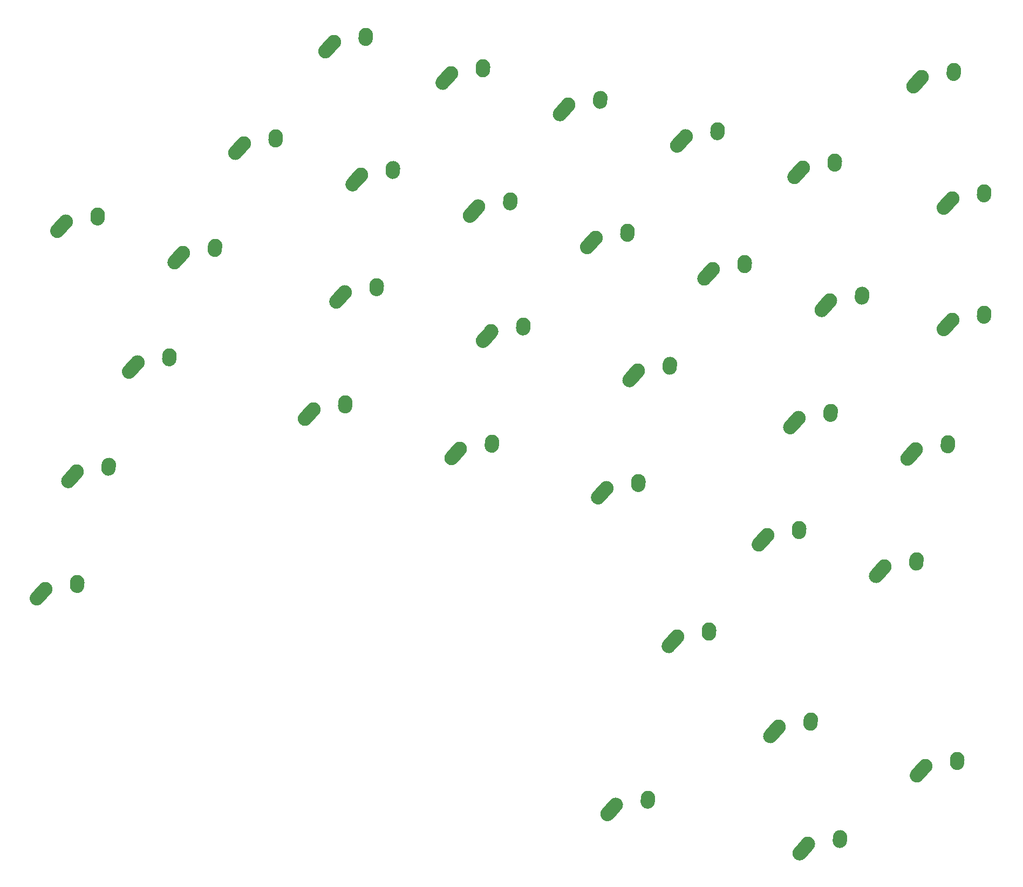
<source format=gtl>
G04 #@! TF.GenerationSoftware,KiCad,Pcbnew,(5.1.6)-1*
G04 #@! TF.CreationDate,2020-08-31T15:39:06-04:00*
G04 #@! TF.ProjectId,keyboard,6b657962-6f61-4726-942e-6b696361645f,rev?*
G04 #@! TF.SameCoordinates,Original*
G04 #@! TF.FileFunction,Copper,L1,Top*
G04 #@! TF.FilePolarity,Positive*
%FSLAX46Y46*%
G04 Gerber Fmt 4.6, Leading zero omitted, Abs format (unit mm)*
G04 Created by KiCad (PCBNEW (5.1.6)-1) date 2020-08-31 15:39:06*
%MOMM*%
%LPD*%
G01*
G04 APERTURE LIST*
G04 #@! TA.AperFunction,ComponentPad*
%ADD10C,2.250000*%
G04 #@! TD*
G04 APERTURE END LIST*
D10*
X272969126Y-141415000D03*
G04 #@! TA.AperFunction,ComponentPad*
G36*
G01*
X270907809Y-143712345D02*
X270907809Y-143712345D01*
G75*
G02*
X270821781Y-142123683I751317J837345D01*
G01*
X272131783Y-140663683D01*
G75*
G02*
X273720445Y-140577655I837345J-751317D01*
G01*
X273720445Y-140577655D01*
G75*
G02*
X273806473Y-142166317I-751317J-837345D01*
G01*
X272496471Y-143626317D01*
G75*
G02*
X270907809Y-143712345I-837345J751317D01*
G01*
G37*
G04 #@! TD.AperFunction*
G04 #@! TA.AperFunction,ComponentPad*
G36*
G01*
X277891723Y-142037334D02*
X277891723Y-142037334D01*
G75*
G02*
X276846792Y-140837597I77403J1122334D01*
G01*
X276886792Y-140257597D01*
G75*
G02*
X278086529Y-139212666I1122334J-77403D01*
G01*
X278086529Y-139212666D01*
G75*
G02*
X279131460Y-140412403I-77403J-1122334D01*
G01*
X279091460Y-140992403D01*
G75*
G02*
X277891723Y-142037334I-1122334J77403D01*
G01*
G37*
G04 #@! TD.AperFunction*
X278009126Y-140335000D03*
X291370013Y-146345503D03*
G04 #@! TA.AperFunction,ComponentPad*
G36*
G01*
X289308696Y-148642848D02*
X289308696Y-148642848D01*
G75*
G02*
X289222668Y-147054186I751317J837345D01*
G01*
X290532670Y-145594186D01*
G75*
G02*
X292121332Y-145508158I837345J-751317D01*
G01*
X292121332Y-145508158D01*
G75*
G02*
X292207360Y-147096820I-751317J-837345D01*
G01*
X290897358Y-148556820D01*
G75*
G02*
X289308696Y-148642848I-837345J751317D01*
G01*
G37*
G04 #@! TD.AperFunction*
G04 #@! TA.AperFunction,ComponentPad*
G36*
G01*
X296292610Y-146967837D02*
X296292610Y-146967837D01*
G75*
G02*
X295247679Y-145768100I77403J1122334D01*
G01*
X295287679Y-145188100D01*
G75*
G02*
X296487416Y-144143169I1122334J-77403D01*
G01*
X296487416Y-144143169D01*
G75*
G02*
X297532347Y-145342906I-77403J-1122334D01*
G01*
X297492347Y-145922906D01*
G75*
G02*
X296292610Y-146967837I-1122334J77403D01*
G01*
G37*
G04 #@! TD.AperFunction*
X296410013Y-145265503D03*
X365241686Y-146906117D03*
G04 #@! TA.AperFunction,ComponentPad*
G36*
G01*
X363180369Y-149203462D02*
X363180369Y-149203462D01*
G75*
G02*
X363094341Y-147614800I751317J837345D01*
G01*
X364404343Y-146154800D01*
G75*
G02*
X365993005Y-146068772I837345J-751317D01*
G01*
X365993005Y-146068772D01*
G75*
G02*
X366079033Y-147657434I-751317J-837345D01*
G01*
X364769031Y-149117434D01*
G75*
G02*
X363180369Y-149203462I-837345J751317D01*
G01*
G37*
G04 #@! TD.AperFunction*
G04 #@! TA.AperFunction,ComponentPad*
G36*
G01*
X370164283Y-147528451D02*
X370164283Y-147528451D01*
G75*
G02*
X369119352Y-146328714I77403J1122334D01*
G01*
X369159352Y-145748714D01*
G75*
G02*
X370359089Y-144703783I1122334J-77403D01*
G01*
X370359089Y-144703783D01*
G75*
G02*
X371404020Y-145903520I-77403J-1122334D01*
G01*
X371364020Y-146483520D01*
G75*
G02*
X370164283Y-147528451I-1122334J77403D01*
G01*
G37*
G04 #@! TD.AperFunction*
X370281686Y-145826117D03*
X258838179Y-157350636D03*
G04 #@! TA.AperFunction,ComponentPad*
G36*
G01*
X256776862Y-159647981D02*
X256776862Y-159647981D01*
G75*
G02*
X256690834Y-158059319I751317J837345D01*
G01*
X258000836Y-156599319D01*
G75*
G02*
X259589498Y-156513291I837345J-751317D01*
G01*
X259589498Y-156513291D01*
G75*
G02*
X259675526Y-158101953I-751317J-837345D01*
G01*
X258365524Y-159561953D01*
G75*
G02*
X256776862Y-159647981I-837345J751317D01*
G01*
G37*
G04 #@! TD.AperFunction*
G04 #@! TA.AperFunction,ComponentPad*
G36*
G01*
X263760776Y-157972970D02*
X263760776Y-157972970D01*
G75*
G02*
X262715845Y-156773233I77403J1122334D01*
G01*
X262755845Y-156193233D01*
G75*
G02*
X263955582Y-155148302I1122334J-77403D01*
G01*
X263955582Y-155148302D01*
G75*
G02*
X265000513Y-156348039I-77403J-1122334D01*
G01*
X264960513Y-156928039D01*
G75*
G02*
X263760776Y-157972970I-1122334J77403D01*
G01*
G37*
G04 #@! TD.AperFunction*
X263878179Y-156270636D03*
X277239066Y-162281138D03*
G04 #@! TA.AperFunction,ComponentPad*
G36*
G01*
X275177749Y-164578483D02*
X275177749Y-164578483D01*
G75*
G02*
X275091721Y-162989821I751317J837345D01*
G01*
X276401723Y-161529821D01*
G75*
G02*
X277990385Y-161443793I837345J-751317D01*
G01*
X277990385Y-161443793D01*
G75*
G02*
X278076413Y-163032455I-751317J-837345D01*
G01*
X276766411Y-164492455D01*
G75*
G02*
X275177749Y-164578483I-837345J751317D01*
G01*
G37*
G04 #@! TD.AperFunction*
G04 #@! TA.AperFunction,ComponentPad*
G36*
G01*
X282161663Y-162903472D02*
X282161663Y-162903472D01*
G75*
G02*
X281116732Y-161703735I77403J1122334D01*
G01*
X281156732Y-161123735D01*
G75*
G02*
X282356469Y-160078804I1122334J-77403D01*
G01*
X282356469Y-160078804D01*
G75*
G02*
X283401400Y-161278541I-77403J-1122334D01*
G01*
X283361400Y-161858541D01*
G75*
G02*
X282161663Y-162903472I-1122334J77403D01*
G01*
G37*
G04 #@! TD.AperFunction*
X282279066Y-161201138D03*
X295639953Y-167211641D03*
G04 #@! TA.AperFunction,ComponentPad*
G36*
G01*
X293578636Y-169508986D02*
X293578636Y-169508986D01*
G75*
G02*
X293492608Y-167920324I751317J837345D01*
G01*
X294802610Y-166460324D01*
G75*
G02*
X296391272Y-166374296I837345J-751317D01*
G01*
X296391272Y-166374296D01*
G75*
G02*
X296477300Y-167962958I-751317J-837345D01*
G01*
X295167298Y-169422958D01*
G75*
G02*
X293578636Y-169508986I-837345J751317D01*
G01*
G37*
G04 #@! TD.AperFunction*
G04 #@! TA.AperFunction,ComponentPad*
G36*
G01*
X300562550Y-167833975D02*
X300562550Y-167833975D01*
G75*
G02*
X299517619Y-166634238I77403J1122334D01*
G01*
X299557619Y-166054238D01*
G75*
G02*
X300757356Y-165009307I1122334J-77403D01*
G01*
X300757356Y-165009307D01*
G75*
G02*
X301802287Y-166209044I-77403J-1122334D01*
G01*
X301762287Y-166789044D01*
G75*
G02*
X300562550Y-167833975I-1122334J77403D01*
G01*
G37*
G04 #@! TD.AperFunction*
X300679953Y-166131641D03*
X309770900Y-151276006D03*
G04 #@! TA.AperFunction,ComponentPad*
G36*
G01*
X307709583Y-153573351D02*
X307709583Y-153573351D01*
G75*
G02*
X307623555Y-151984689I751317J837345D01*
G01*
X308933557Y-150524689D01*
G75*
G02*
X310522219Y-150438661I837345J-751317D01*
G01*
X310522219Y-150438661D01*
G75*
G02*
X310608247Y-152027323I-751317J-837345D01*
G01*
X309298245Y-153487323D01*
G75*
G02*
X307709583Y-153573351I-837345J751317D01*
G01*
G37*
G04 #@! TD.AperFunction*
G04 #@! TA.AperFunction,ComponentPad*
G36*
G01*
X314693497Y-151898340D02*
X314693497Y-151898340D01*
G75*
G02*
X313648566Y-150698603I77403J1122334D01*
G01*
X313688566Y-150118603D01*
G75*
G02*
X314888303Y-149073672I1122334J-77403D01*
G01*
X314888303Y-149073672D01*
G75*
G02*
X315933234Y-150273409I-77403J-1122334D01*
G01*
X315893234Y-150853409D01*
G75*
G02*
X314693497Y-151898340I-1122334J77403D01*
G01*
G37*
G04 #@! TD.AperFunction*
X314810900Y-150196006D03*
X328171787Y-156206508D03*
G04 #@! TA.AperFunction,ComponentPad*
G36*
G01*
X326110470Y-158503853D02*
X326110470Y-158503853D01*
G75*
G02*
X326024442Y-156915191I751317J837345D01*
G01*
X327334444Y-155455191D01*
G75*
G02*
X328923106Y-155369163I837345J-751317D01*
G01*
X328923106Y-155369163D01*
G75*
G02*
X329009134Y-156957825I-751317J-837345D01*
G01*
X327699132Y-158417825D01*
G75*
G02*
X326110470Y-158503853I-837345J751317D01*
G01*
G37*
G04 #@! TD.AperFunction*
G04 #@! TA.AperFunction,ComponentPad*
G36*
G01*
X333094384Y-156828842D02*
X333094384Y-156828842D01*
G75*
G02*
X332049453Y-155629105I77403J1122334D01*
G01*
X332089453Y-155049105D01*
G75*
G02*
X333289190Y-154004174I1122334J-77403D01*
G01*
X333289190Y-154004174D01*
G75*
G02*
X334334121Y-155203911I-77403J-1122334D01*
G01*
X334294121Y-155783911D01*
G75*
G02*
X333094384Y-156828842I-1122334J77403D01*
G01*
G37*
G04 #@! TD.AperFunction*
X333211787Y-155126508D03*
X346572674Y-161137011D03*
G04 #@! TA.AperFunction,ComponentPad*
G36*
G01*
X344511357Y-163434356D02*
X344511357Y-163434356D01*
G75*
G02*
X344425329Y-161845694I751317J837345D01*
G01*
X345735331Y-160385694D01*
G75*
G02*
X347323993Y-160299666I837345J-751317D01*
G01*
X347323993Y-160299666D01*
G75*
G02*
X347410021Y-161888328I-751317J-837345D01*
G01*
X346100019Y-163348328D01*
G75*
G02*
X344511357Y-163434356I-837345J751317D01*
G01*
G37*
G04 #@! TD.AperFunction*
G04 #@! TA.AperFunction,ComponentPad*
G36*
G01*
X351495271Y-161759345D02*
X351495271Y-161759345D01*
G75*
G02*
X350450340Y-160559608I77403J1122334D01*
G01*
X350490340Y-159979608D01*
G75*
G02*
X351690077Y-158934677I1122334J-77403D01*
G01*
X351690077Y-158934677D01*
G75*
G02*
X352735008Y-160134414I-77403J-1122334D01*
G01*
X352695008Y-160714414D01*
G75*
G02*
X351495271Y-161759345I-1122334J77403D01*
G01*
G37*
G04 #@! TD.AperFunction*
X351612674Y-160057011D03*
X370004186Y-165956117D03*
G04 #@! TA.AperFunction,ComponentPad*
G36*
G01*
X367942869Y-168253462D02*
X367942869Y-168253462D01*
G75*
G02*
X367856841Y-166664800I751317J837345D01*
G01*
X369166843Y-165204800D01*
G75*
G02*
X370755505Y-165118772I837345J-751317D01*
G01*
X370755505Y-165118772D01*
G75*
G02*
X370841533Y-166707434I-751317J-837345D01*
G01*
X369531531Y-168167434D01*
G75*
G02*
X367942869Y-168253462I-837345J751317D01*
G01*
G37*
G04 #@! TD.AperFunction*
G04 #@! TA.AperFunction,ComponentPad*
G36*
G01*
X374926783Y-166578451D02*
X374926783Y-166578451D01*
G75*
G02*
X373881852Y-165378714I77403J1122334D01*
G01*
X373921852Y-164798714D01*
G75*
G02*
X375121589Y-163753783I1122334J-77403D01*
G01*
X375121589Y-163753783D01*
G75*
G02*
X376166520Y-164953520I-77403J-1122334D01*
G01*
X376126520Y-165533520D01*
G75*
G02*
X374926783Y-166578451I-1122334J77403D01*
G01*
G37*
G04 #@! TD.AperFunction*
X375044186Y-164876117D03*
X230906568Y-169588394D03*
G04 #@! TA.AperFunction,ComponentPad*
G36*
G01*
X228845251Y-171885739D02*
X228845251Y-171885739D01*
G75*
G02*
X228759223Y-170297077I751317J837345D01*
G01*
X230069225Y-168837077D01*
G75*
G02*
X231657887Y-168751049I837345J-751317D01*
G01*
X231657887Y-168751049D01*
G75*
G02*
X231743915Y-170339711I-751317J-837345D01*
G01*
X230433913Y-171799711D01*
G75*
G02*
X228845251Y-171885739I-837345J751317D01*
G01*
G37*
G04 #@! TD.AperFunction*
G04 #@! TA.AperFunction,ComponentPad*
G36*
G01*
X235829165Y-170210728D02*
X235829165Y-170210728D01*
G75*
G02*
X234784234Y-169010991I77403J1122334D01*
G01*
X234824234Y-168430991D01*
G75*
G02*
X236023971Y-167386060I1122334J-77403D01*
G01*
X236023971Y-167386060D01*
G75*
G02*
X237068902Y-168585797I-77403J-1122334D01*
G01*
X237028902Y-169165797D01*
G75*
G02*
X235829165Y-170210728I-1122334J77403D01*
G01*
G37*
G04 #@! TD.AperFunction*
X235946568Y-168508394D03*
X249307455Y-174518897D03*
G04 #@! TA.AperFunction,ComponentPad*
G36*
G01*
X247246138Y-176816242D02*
X247246138Y-176816242D01*
G75*
G02*
X247160110Y-175227580I751317J837345D01*
G01*
X248470112Y-173767580D01*
G75*
G02*
X250058774Y-173681552I837345J-751317D01*
G01*
X250058774Y-173681552D01*
G75*
G02*
X250144802Y-175270214I-751317J-837345D01*
G01*
X248834800Y-176730214D01*
G75*
G02*
X247246138Y-176816242I-837345J751317D01*
G01*
G37*
G04 #@! TD.AperFunction*
G04 #@! TA.AperFunction,ComponentPad*
G36*
G01*
X254230052Y-175141231D02*
X254230052Y-175141231D01*
G75*
G02*
X253185121Y-173941494I77403J1122334D01*
G01*
X253225121Y-173361494D01*
G75*
G02*
X254424858Y-172316563I1122334J-77403D01*
G01*
X254424858Y-172316563D01*
G75*
G02*
X255469789Y-173516300I-77403J-1122334D01*
G01*
X255429789Y-174096300D01*
G75*
G02*
X254230052Y-175141231I-1122334J77403D01*
G01*
G37*
G04 #@! TD.AperFunction*
X254347455Y-173438897D03*
X274689813Y-180682025D03*
G04 #@! TA.AperFunction,ComponentPad*
G36*
G01*
X272628496Y-182979370D02*
X272628496Y-182979370D01*
G75*
G02*
X272542468Y-181390708I751317J837345D01*
G01*
X273852470Y-179930708D01*
G75*
G02*
X275441132Y-179844680I837345J-751317D01*
G01*
X275441132Y-179844680D01*
G75*
G02*
X275527160Y-181433342I-751317J-837345D01*
G01*
X274217158Y-182893342D01*
G75*
G02*
X272628496Y-182979370I-837345J751317D01*
G01*
G37*
G04 #@! TD.AperFunction*
G04 #@! TA.AperFunction,ComponentPad*
G36*
G01*
X279612410Y-181304359D02*
X279612410Y-181304359D01*
G75*
G02*
X278567479Y-180104622I77403J1122334D01*
G01*
X278607479Y-179524622D01*
G75*
G02*
X279807216Y-178479691I1122334J-77403D01*
G01*
X279807216Y-178479691D01*
G75*
G02*
X280852147Y-179679428I-77403J-1122334D01*
G01*
X280812147Y-180259428D01*
G75*
G02*
X279612410Y-181304359I-1122334J77403D01*
G01*
G37*
G04 #@! TD.AperFunction*
X279729813Y-179602025D03*
X314040840Y-172142144D03*
G04 #@! TA.AperFunction,ComponentPad*
G36*
G01*
X311979523Y-174439489D02*
X311979523Y-174439489D01*
G75*
G02*
X311893495Y-172850827I751317J837345D01*
G01*
X313203497Y-171390827D01*
G75*
G02*
X314792159Y-171304799I837345J-751317D01*
G01*
X314792159Y-171304799D01*
G75*
G02*
X314878187Y-172893461I-751317J-837345D01*
G01*
X313568185Y-174353461D01*
G75*
G02*
X311979523Y-174439489I-837345J751317D01*
G01*
G37*
G04 #@! TD.AperFunction*
G04 #@! TA.AperFunction,ComponentPad*
G36*
G01*
X318963437Y-172764478D02*
X318963437Y-172764478D01*
G75*
G02*
X317918506Y-171564741I77403J1122334D01*
G01*
X317958506Y-170984741D01*
G75*
G02*
X319158243Y-169939810I1122334J-77403D01*
G01*
X319158243Y-169939810D01*
G75*
G02*
X320203174Y-171139547I-77403J-1122334D01*
G01*
X320163174Y-171719547D01*
G75*
G02*
X318963437Y-172764478I-1122334J77403D01*
G01*
G37*
G04 #@! TD.AperFunction*
X319080840Y-171062144D03*
X332441727Y-177072647D03*
G04 #@! TA.AperFunction,ComponentPad*
G36*
G01*
X330380410Y-179369992D02*
X330380410Y-179369992D01*
G75*
G02*
X330294382Y-177781330I751317J837345D01*
G01*
X331604384Y-176321330D01*
G75*
G02*
X333193046Y-176235302I837345J-751317D01*
G01*
X333193046Y-176235302D01*
G75*
G02*
X333279074Y-177823964I-751317J-837345D01*
G01*
X331969072Y-179283964D01*
G75*
G02*
X330380410Y-179369992I-837345J751317D01*
G01*
G37*
G04 #@! TD.AperFunction*
G04 #@! TA.AperFunction,ComponentPad*
G36*
G01*
X337364324Y-177694981D02*
X337364324Y-177694981D01*
G75*
G02*
X336319393Y-176495244I77403J1122334D01*
G01*
X336359393Y-175915244D01*
G75*
G02*
X337559130Y-174870313I1122334J-77403D01*
G01*
X337559130Y-174870313D01*
G75*
G02*
X338604061Y-176070050I-77403J-1122334D01*
G01*
X338564061Y-176650050D01*
G75*
G02*
X337364324Y-177694981I-1122334J77403D01*
G01*
G37*
G04 #@! TD.AperFunction*
X337481727Y-175992647D03*
X350842614Y-182003150D03*
G04 #@! TA.AperFunction,ComponentPad*
G36*
G01*
X348781297Y-184300495D02*
X348781297Y-184300495D01*
G75*
G02*
X348695269Y-182711833I751317J837345D01*
G01*
X350005271Y-181251833D01*
G75*
G02*
X351593933Y-181165805I837345J-751317D01*
G01*
X351593933Y-181165805D01*
G75*
G02*
X351679961Y-182754467I-751317J-837345D01*
G01*
X350369959Y-184214467D01*
G75*
G02*
X348781297Y-184300495I-837345J751317D01*
G01*
G37*
G04 #@! TD.AperFunction*
G04 #@! TA.AperFunction,ComponentPad*
G36*
G01*
X355765211Y-182625484D02*
X355765211Y-182625484D01*
G75*
G02*
X354720280Y-181425747I77403J1122334D01*
G01*
X354760280Y-180845747D01*
G75*
G02*
X355960017Y-179800816I1122334J-77403D01*
G01*
X355960017Y-179800816D01*
G75*
G02*
X357004948Y-181000553I-77403J-1122334D01*
G01*
X356964948Y-181580553D01*
G75*
G02*
X355765211Y-182625484I-1122334J77403D01*
G01*
G37*
G04 #@! TD.AperFunction*
X355882614Y-180923150D03*
X370004186Y-185006117D03*
G04 #@! TA.AperFunction,ComponentPad*
G36*
G01*
X367942869Y-187303462D02*
X367942869Y-187303462D01*
G75*
G02*
X367856841Y-185714800I751317J837345D01*
G01*
X369166843Y-184254800D01*
G75*
G02*
X370755505Y-184168772I837345J-751317D01*
G01*
X370755505Y-184168772D01*
G75*
G02*
X370841533Y-185757434I-751317J-837345D01*
G01*
X369531531Y-187217434D01*
G75*
G02*
X367942869Y-187303462I-837345J751317D01*
G01*
G37*
G04 #@! TD.AperFunction*
G04 #@! TA.AperFunction,ComponentPad*
G36*
G01*
X374926783Y-185628451D02*
X374926783Y-185628451D01*
G75*
G02*
X373881852Y-184428714I77403J1122334D01*
G01*
X373921852Y-183848714D01*
G75*
G02*
X375121589Y-182803783I1122334J-77403D01*
G01*
X375121589Y-182803783D01*
G75*
G02*
X376166520Y-184003520I-77403J-1122334D01*
G01*
X376126520Y-184583520D01*
G75*
G02*
X374926783Y-185628451I-1122334J77403D01*
G01*
G37*
G04 #@! TD.AperFunction*
X375044186Y-183926117D03*
X242157980Y-191687158D03*
G04 #@! TA.AperFunction,ComponentPad*
G36*
G01*
X240096663Y-193984503D02*
X240096663Y-193984503D01*
G75*
G02*
X240010635Y-192395841I751317J837345D01*
G01*
X241320637Y-190935841D01*
G75*
G02*
X242909299Y-190849813I837345J-751317D01*
G01*
X242909299Y-190849813D01*
G75*
G02*
X242995327Y-192438475I-751317J-837345D01*
G01*
X241685325Y-193898475D01*
G75*
G02*
X240096663Y-193984503I-837345J751317D01*
G01*
G37*
G04 #@! TD.AperFunction*
G04 #@! TA.AperFunction,ComponentPad*
G36*
G01*
X247080577Y-192309492D02*
X247080577Y-192309492D01*
G75*
G02*
X246035646Y-191109755I77403J1122334D01*
G01*
X246075646Y-190529755D01*
G75*
G02*
X247275383Y-189484824I1122334J-77403D01*
G01*
X247275383Y-189484824D01*
G75*
G02*
X248320314Y-190684561I-77403J-1122334D01*
G01*
X248280314Y-191264561D01*
G75*
G02*
X247080577Y-192309492I-1122334J77403D01*
G01*
G37*
G04 #@! TD.AperFunction*
X247197980Y-190607158D03*
X269759311Y-199082912D03*
G04 #@! TA.AperFunction,ComponentPad*
G36*
G01*
X267697994Y-201380257D02*
X267697994Y-201380257D01*
G75*
G02*
X267611966Y-199791595I751317J837345D01*
G01*
X268921968Y-198331595D01*
G75*
G02*
X270510630Y-198245567I837345J-751317D01*
G01*
X270510630Y-198245567D01*
G75*
G02*
X270596658Y-199834229I-751317J-837345D01*
G01*
X269286656Y-201294229D01*
G75*
G02*
X267697994Y-201380257I-837345J751317D01*
G01*
G37*
G04 #@! TD.AperFunction*
G04 #@! TA.AperFunction,ComponentPad*
G36*
G01*
X274681908Y-199705246D02*
X274681908Y-199705246D01*
G75*
G02*
X273636977Y-198505509I77403J1122334D01*
G01*
X273676977Y-197925509D01*
G75*
G02*
X274876714Y-196880578I1122334J-77403D01*
G01*
X274876714Y-196880578D01*
G75*
G02*
X275921645Y-198080315I-77403J-1122334D01*
G01*
X275881645Y-198660315D01*
G75*
G02*
X274681908Y-199705246I-1122334J77403D01*
G01*
G37*
G04 #@! TD.AperFunction*
X274799311Y-198002912D03*
X297690922Y-186845154D03*
G04 #@! TA.AperFunction,ComponentPad*
G36*
G01*
X295629605Y-189142499D02*
X295629605Y-189142499D01*
G75*
G02*
X295543577Y-187553837I751317J837345D01*
G01*
X296853579Y-186093837D01*
G75*
G02*
X298442241Y-186007809I837345J-751317D01*
G01*
X298442241Y-186007809D01*
G75*
G02*
X298528269Y-187596471I-751317J-837345D01*
G01*
X297218267Y-189056471D01*
G75*
G02*
X295629605Y-189142499I-837345J751317D01*
G01*
G37*
G04 #@! TD.AperFunction*
G04 #@! TA.AperFunction,ComponentPad*
G36*
G01*
X302613519Y-187467488D02*
X302613519Y-187467488D01*
G75*
G02*
X301568588Y-186267751I77403J1122334D01*
G01*
X301608588Y-185687751D01*
G75*
G02*
X302808325Y-184642820I1122334J-77403D01*
G01*
X302808325Y-184642820D01*
G75*
G02*
X303853256Y-185842557I-77403J-1122334D01*
G01*
X303813256Y-186422557D01*
G75*
G02*
X302613519Y-187467488I-1122334J77403D01*
G01*
G37*
G04 #@! TD.AperFunction*
X302730922Y-185765154D03*
X292760419Y-205246041D03*
G04 #@! TA.AperFunction,ComponentPad*
G36*
G01*
X290699102Y-207543386D02*
X290699102Y-207543386D01*
G75*
G02*
X290613074Y-205954724I751317J837345D01*
G01*
X291923076Y-204494724D01*
G75*
G02*
X293511738Y-204408696I837345J-751317D01*
G01*
X293511738Y-204408696D01*
G75*
G02*
X293597766Y-205997358I-751317J-837345D01*
G01*
X292287764Y-207457358D01*
G75*
G02*
X290699102Y-207543386I-837345J751317D01*
G01*
G37*
G04 #@! TD.AperFunction*
G04 #@! TA.AperFunction,ComponentPad*
G36*
G01*
X297683016Y-205868375D02*
X297683016Y-205868375D01*
G75*
G02*
X296638085Y-204668638I77403J1122334D01*
G01*
X296678085Y-204088638D01*
G75*
G02*
X297877822Y-203043707I1122334J-77403D01*
G01*
X297877822Y-203043707D01*
G75*
G02*
X298922753Y-204243444I-77403J-1122334D01*
G01*
X298882753Y-204823444D01*
G75*
G02*
X297683016Y-205868375I-1122334J77403D01*
G01*
G37*
G04 #@! TD.AperFunction*
X297800419Y-204166041D03*
X320692031Y-193008282D03*
G04 #@! TA.AperFunction,ComponentPad*
G36*
G01*
X318630714Y-195305627D02*
X318630714Y-195305627D01*
G75*
G02*
X318544686Y-193716965I751317J837345D01*
G01*
X319854688Y-192256965D01*
G75*
G02*
X321443350Y-192170937I837345J-751317D01*
G01*
X321443350Y-192170937D01*
G75*
G02*
X321529378Y-193759599I-751317J-837345D01*
G01*
X320219376Y-195219599D01*
G75*
G02*
X318630714Y-195305627I-837345J751317D01*
G01*
G37*
G04 #@! TD.AperFunction*
G04 #@! TA.AperFunction,ComponentPad*
G36*
G01*
X325614628Y-193630616D02*
X325614628Y-193630616D01*
G75*
G02*
X324569697Y-192430879I77403J1122334D01*
G01*
X324609697Y-191850879D01*
G75*
G02*
X325809434Y-190805948I1122334J-77403D01*
G01*
X325809434Y-190805948D01*
G75*
G02*
X326854365Y-192005685I-77403J-1122334D01*
G01*
X326814365Y-192585685D01*
G75*
G02*
X325614628Y-193630616I-1122334J77403D01*
G01*
G37*
G04 #@! TD.AperFunction*
X325732031Y-191928282D03*
X345912111Y-200404037D03*
G04 #@! TA.AperFunction,ComponentPad*
G36*
G01*
X343850794Y-202701382D02*
X343850794Y-202701382D01*
G75*
G02*
X343764766Y-201112720I751317J837345D01*
G01*
X345074768Y-199652720D01*
G75*
G02*
X346663430Y-199566692I837345J-751317D01*
G01*
X346663430Y-199566692D01*
G75*
G02*
X346749458Y-201155354I-751317J-837345D01*
G01*
X345439456Y-202615354D01*
G75*
G02*
X343850794Y-202701382I-837345J751317D01*
G01*
G37*
G04 #@! TD.AperFunction*
G04 #@! TA.AperFunction,ComponentPad*
G36*
G01*
X350834708Y-201026371D02*
X350834708Y-201026371D01*
G75*
G02*
X349789777Y-199826634I77403J1122334D01*
G01*
X349829777Y-199246634D01*
G75*
G02*
X351029514Y-198201703I1122334J-77403D01*
G01*
X351029514Y-198201703D01*
G75*
G02*
X352074445Y-199401440I-77403J-1122334D01*
G01*
X352034445Y-199981440D01*
G75*
G02*
X350834708Y-201026371I-1122334J77403D01*
G01*
G37*
G04 #@! TD.AperFunction*
X350952111Y-199324037D03*
X364312998Y-205334539D03*
G04 #@! TA.AperFunction,ComponentPad*
G36*
G01*
X362251681Y-207631884D02*
X362251681Y-207631884D01*
G75*
G02*
X362165653Y-206043222I751317J837345D01*
G01*
X363475655Y-204583222D01*
G75*
G02*
X365064317Y-204497194I837345J-751317D01*
G01*
X365064317Y-204497194D01*
G75*
G02*
X365150345Y-206085856I-751317J-837345D01*
G01*
X363840343Y-207545856D01*
G75*
G02*
X362251681Y-207631884I-837345J751317D01*
G01*
G37*
G04 #@! TD.AperFunction*
G04 #@! TA.AperFunction,ComponentPad*
G36*
G01*
X369235595Y-205956873D02*
X369235595Y-205956873D01*
G75*
G02*
X368190664Y-204757136I77403J1122334D01*
G01*
X368230664Y-204177136D01*
G75*
G02*
X369430401Y-203132205I1122334J-77403D01*
G01*
X369430401Y-203132205D01*
G75*
G02*
X370475332Y-204331942I-77403J-1122334D01*
G01*
X370435332Y-204911942D01*
G75*
G02*
X369235595Y-205956873I-1122334J77403D01*
G01*
G37*
G04 #@! TD.AperFunction*
X369352998Y-204254539D03*
X232627256Y-208855419D03*
G04 #@! TA.AperFunction,ComponentPad*
G36*
G01*
X230565939Y-211152764D02*
X230565939Y-211152764D01*
G75*
G02*
X230479911Y-209564102I751317J837345D01*
G01*
X231789913Y-208104102D01*
G75*
G02*
X233378575Y-208018074I837345J-751317D01*
G01*
X233378575Y-208018074D01*
G75*
G02*
X233464603Y-209606736I-751317J-837345D01*
G01*
X232154601Y-211066736D01*
G75*
G02*
X230565939Y-211152764I-837345J751317D01*
G01*
G37*
G04 #@! TD.AperFunction*
G04 #@! TA.AperFunction,ComponentPad*
G36*
G01*
X237549853Y-209477753D02*
X237549853Y-209477753D01*
G75*
G02*
X236504922Y-208278016I77403J1122334D01*
G01*
X236544922Y-207698016D01*
G75*
G02*
X237744659Y-206653085I1122334J-77403D01*
G01*
X237744659Y-206653085D01*
G75*
G02*
X238789590Y-207852822I-77403J-1122334D01*
G01*
X238749590Y-208432822D01*
G75*
G02*
X237549853Y-209477753I-1122334J77403D01*
G01*
G37*
G04 #@! TD.AperFunction*
X237667256Y-207775419D03*
X315761528Y-211409169D03*
G04 #@! TA.AperFunction,ComponentPad*
G36*
G01*
X313700211Y-213706514D02*
X313700211Y-213706514D01*
G75*
G02*
X313614183Y-212117852I751317J837345D01*
G01*
X314924185Y-210657852D01*
G75*
G02*
X316512847Y-210571824I837345J-751317D01*
G01*
X316512847Y-210571824D01*
G75*
G02*
X316598875Y-212160486I-751317J-837345D01*
G01*
X315288873Y-213620486D01*
G75*
G02*
X313700211Y-213706514I-837345J751317D01*
G01*
G37*
G04 #@! TD.AperFunction*
G04 #@! TA.AperFunction,ComponentPad*
G36*
G01*
X320684125Y-212031503D02*
X320684125Y-212031503D01*
G75*
G02*
X319639194Y-210831766I77403J1122334D01*
G01*
X319679194Y-210251766D01*
G75*
G02*
X320878931Y-209206835I1122334J-77403D01*
G01*
X320878931Y-209206835D01*
G75*
G02*
X321923862Y-210406572I-77403J-1122334D01*
G01*
X321883862Y-210986572D01*
G75*
G02*
X320684125Y-212031503I-1122334J77403D01*
G01*
G37*
G04 #@! TD.AperFunction*
X320801528Y-210329169D03*
X340981609Y-218804924D03*
G04 #@! TA.AperFunction,ComponentPad*
G36*
G01*
X338920292Y-221102269D02*
X338920292Y-221102269D01*
G75*
G02*
X338834264Y-219513607I751317J837345D01*
G01*
X340144266Y-218053607D01*
G75*
G02*
X341732928Y-217967579I837345J-751317D01*
G01*
X341732928Y-217967579D01*
G75*
G02*
X341818956Y-219556241I-751317J-837345D01*
G01*
X340508954Y-221016241D01*
G75*
G02*
X338920292Y-221102269I-837345J751317D01*
G01*
G37*
G04 #@! TD.AperFunction*
G04 #@! TA.AperFunction,ComponentPad*
G36*
G01*
X345904206Y-219427258D02*
X345904206Y-219427258D01*
G75*
G02*
X344859275Y-218227521I77403J1122334D01*
G01*
X344899275Y-217647521D01*
G75*
G02*
X346099012Y-216602590I1122334J-77403D01*
G01*
X346099012Y-216602590D01*
G75*
G02*
X347143943Y-217802327I-77403J-1122334D01*
G01*
X347103943Y-218382327D01*
G75*
G02*
X345904206Y-219427258I-1122334J77403D01*
G01*
G37*
G04 #@! TD.AperFunction*
X346021609Y-217724924D03*
X359382496Y-223735426D03*
G04 #@! TA.AperFunction,ComponentPad*
G36*
G01*
X357321179Y-226032771D02*
X357321179Y-226032771D01*
G75*
G02*
X357235151Y-224444109I751317J837345D01*
G01*
X358545153Y-222984109D01*
G75*
G02*
X360133815Y-222898081I837345J-751317D01*
G01*
X360133815Y-222898081D01*
G75*
G02*
X360219843Y-224486743I-751317J-837345D01*
G01*
X358909841Y-225946743D01*
G75*
G02*
X357321179Y-226032771I-837345J751317D01*
G01*
G37*
G04 #@! TD.AperFunction*
G04 #@! TA.AperFunction,ComponentPad*
G36*
G01*
X364305093Y-224357760D02*
X364305093Y-224357760D01*
G75*
G02*
X363260162Y-223158023I77403J1122334D01*
G01*
X363300162Y-222578023D01*
G75*
G02*
X364499899Y-221533092I1122334J-77403D01*
G01*
X364499899Y-221533092D01*
G75*
G02*
X365544830Y-222732829I-77403J-1122334D01*
G01*
X365504830Y-223312829D01*
G75*
G02*
X364305093Y-224357760I-1122334J77403D01*
G01*
G37*
G04 #@! TD.AperFunction*
X364422496Y-222655426D03*
X227696753Y-227256306D03*
G04 #@! TA.AperFunction,ComponentPad*
G36*
G01*
X225635436Y-229553651D02*
X225635436Y-229553651D01*
G75*
G02*
X225549408Y-227964989I751317J837345D01*
G01*
X226859410Y-226504989D01*
G75*
G02*
X228448072Y-226418961I837345J-751317D01*
G01*
X228448072Y-226418961D01*
G75*
G02*
X228534100Y-228007623I-751317J-837345D01*
G01*
X227224098Y-229467623D01*
G75*
G02*
X225635436Y-229553651I-837345J751317D01*
G01*
G37*
G04 #@! TD.AperFunction*
G04 #@! TA.AperFunction,ComponentPad*
G36*
G01*
X232619350Y-227878640D02*
X232619350Y-227878640D01*
G75*
G02*
X231574419Y-226678903I77403J1122334D01*
G01*
X231614419Y-226098903D01*
G75*
G02*
X232814156Y-225053972I1122334J-77403D01*
G01*
X232814156Y-225053972D01*
G75*
G02*
X233859087Y-226253709I-77403J-1122334D01*
G01*
X233819087Y-226833709D01*
G75*
G02*
X232619350Y-227878640I-1122334J77403D01*
G01*
G37*
G04 #@! TD.AperFunction*
X232736753Y-226176306D03*
X326850662Y-234740559D03*
G04 #@! TA.AperFunction,ComponentPad*
G36*
G01*
X324789345Y-237037904D02*
X324789345Y-237037904D01*
G75*
G02*
X324703317Y-235449242I751317J837345D01*
G01*
X326013319Y-233989242D01*
G75*
G02*
X327601981Y-233903214I837345J-751317D01*
G01*
X327601981Y-233903214D01*
G75*
G02*
X327688009Y-235491876I-751317J-837345D01*
G01*
X326378007Y-236951876D01*
G75*
G02*
X324789345Y-237037904I-837345J751317D01*
G01*
G37*
G04 #@! TD.AperFunction*
G04 #@! TA.AperFunction,ComponentPad*
G36*
G01*
X331773259Y-235362893D02*
X331773259Y-235362893D01*
G75*
G02*
X330728328Y-234163156I77403J1122334D01*
G01*
X330768328Y-233583156D01*
G75*
G02*
X331968065Y-232538225I1122334J-77403D01*
G01*
X331968065Y-232538225D01*
G75*
G02*
X333012996Y-233737962I-77403J-1122334D01*
G01*
X332972996Y-234317962D01*
G75*
G02*
X331773259Y-235362893I-1122334J77403D01*
G01*
G37*
G04 #@! TD.AperFunction*
X331890662Y-233660559D03*
X317235936Y-261109264D03*
G04 #@! TA.AperFunction,ComponentPad*
G36*
G01*
X315174619Y-263406609D02*
X315174619Y-263406609D01*
G75*
G02*
X315088591Y-261817947I751317J837345D01*
G01*
X316398593Y-260357947D01*
G75*
G02*
X317987255Y-260271919I837345J-751317D01*
G01*
X317987255Y-260271919D01*
G75*
G02*
X318073283Y-261860581I-751317J-837345D01*
G01*
X316763281Y-263320581D01*
G75*
G02*
X315174619Y-263406609I-837345J751317D01*
G01*
G37*
G04 #@! TD.AperFunction*
G04 #@! TA.AperFunction,ComponentPad*
G36*
G01*
X322158533Y-261731598D02*
X322158533Y-261731598D01*
G75*
G02*
X321113602Y-260531861I77403J1122334D01*
G01*
X321153602Y-259951861D01*
G75*
G02*
X322353339Y-258906930I1122334J-77403D01*
G01*
X322353339Y-258906930D01*
G75*
G02*
X323398270Y-260106667I-77403J-1122334D01*
G01*
X323358270Y-260686667D01*
G75*
G02*
X322158533Y-261731598I-1122334J77403D01*
G01*
G37*
G04 #@! TD.AperFunction*
X322275936Y-260029264D03*
X342786298Y-248871506D03*
G04 #@! TA.AperFunction,ComponentPad*
G36*
G01*
X340724981Y-251168851D02*
X340724981Y-251168851D01*
G75*
G02*
X340638953Y-249580189I751317J837345D01*
G01*
X341948955Y-248120189D01*
G75*
G02*
X343537617Y-248034161I837345J-751317D01*
G01*
X343537617Y-248034161D01*
G75*
G02*
X343623645Y-249622823I-751317J-837345D01*
G01*
X342313643Y-251082823D01*
G75*
G02*
X340724981Y-251168851I-837345J751317D01*
G01*
G37*
G04 #@! TD.AperFunction*
G04 #@! TA.AperFunction,ComponentPad*
G36*
G01*
X347708895Y-249493840D02*
X347708895Y-249493840D01*
G75*
G02*
X346663964Y-248294103I77403J1122334D01*
G01*
X346703964Y-247714103D01*
G75*
G02*
X347903701Y-246669172I1122334J-77403D01*
G01*
X347903701Y-246669172D01*
G75*
G02*
X348948632Y-247868909I-77403J-1122334D01*
G01*
X348908632Y-248448909D01*
G75*
G02*
X347708895Y-249493840I-1122334J77403D01*
G01*
G37*
G04 #@! TD.AperFunction*
X347826298Y-247791506D03*
X365787407Y-255034634D03*
G04 #@! TA.AperFunction,ComponentPad*
G36*
G01*
X363726090Y-257331979D02*
X363726090Y-257331979D01*
G75*
G02*
X363640062Y-255743317I751317J837345D01*
G01*
X364950064Y-254283317D01*
G75*
G02*
X366538726Y-254197289I837345J-751317D01*
G01*
X366538726Y-254197289D01*
G75*
G02*
X366624754Y-255785951I-751317J-837345D01*
G01*
X365314752Y-257245951D01*
G75*
G02*
X363726090Y-257331979I-837345J751317D01*
G01*
G37*
G04 #@! TD.AperFunction*
G04 #@! TA.AperFunction,ComponentPad*
G36*
G01*
X370710004Y-255656968D02*
X370710004Y-255656968D01*
G75*
G02*
X369665073Y-254457231I77403J1122334D01*
G01*
X369705073Y-253877231D01*
G75*
G02*
X370904810Y-252832300I1122334J-77403D01*
G01*
X370904810Y-252832300D01*
G75*
G02*
X371949741Y-254032037I-77403J-1122334D01*
G01*
X371909741Y-254612037D01*
G75*
G02*
X370710004Y-255656968I-1122334J77403D01*
G01*
G37*
G04 #@! TD.AperFunction*
X370827407Y-253954634D03*
X347380795Y-267272392D03*
G04 #@! TA.AperFunction,ComponentPad*
G36*
G01*
X345319478Y-269569737D02*
X345319478Y-269569737D01*
G75*
G02*
X345233450Y-267981075I751317J837345D01*
G01*
X346543452Y-266521075D01*
G75*
G02*
X348132114Y-266435047I837345J-751317D01*
G01*
X348132114Y-266435047D01*
G75*
G02*
X348218142Y-268023709I-751317J-837345D01*
G01*
X346908140Y-269483709D01*
G75*
G02*
X345319478Y-269569737I-837345J751317D01*
G01*
G37*
G04 #@! TD.AperFunction*
G04 #@! TA.AperFunction,ComponentPad*
G36*
G01*
X352303392Y-267894726D02*
X352303392Y-267894726D01*
G75*
G02*
X351258461Y-266694989I77403J1122334D01*
G01*
X351298461Y-266114989D01*
G75*
G02*
X352498198Y-265070058I1122334J-77403D01*
G01*
X352498198Y-265070058D01*
G75*
G02*
X353543129Y-266269795I-77403J-1122334D01*
G01*
X353503129Y-266849795D01*
G75*
G02*
X352303392Y-267894726I-1122334J77403D01*
G01*
G37*
G04 #@! TD.AperFunction*
X352420795Y-266192392D03*
M02*

</source>
